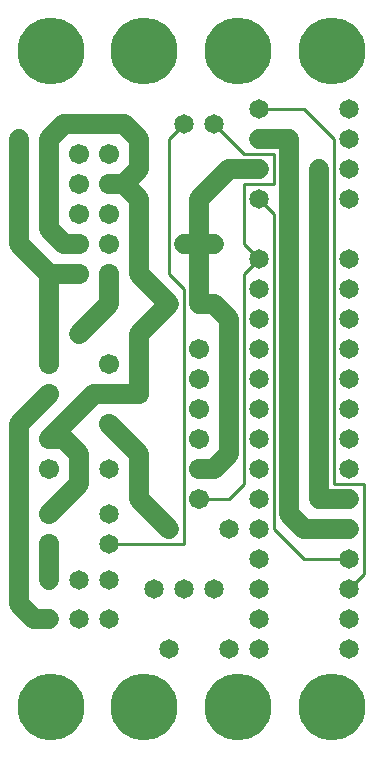
<source format=gtl>
%MOIN*%
%FSLAX25Y25*%
G04 D10 used for Character Trace; *
G04     Circle (OD=.01000) (No hole)*
G04 D11 used for Power Trace; *
G04     Circle (OD=.06500) (No hole)*
G04 D12 used for Signal Trace; *
G04     Circle (OD=.01100) (No hole)*
G04 D13 used for Via; *
G04     Circle (OD=.05800) (Round. Hole ID=.02800)*
G04 D14 used for Component hole; *
G04     Circle (OD=.06500) (Round. Hole ID=.03500)*
G04 D15 used for Component hole; *
G04     Circle (OD=.06700) (Round. Hole ID=.04300)*
G04 D16 used for Component hole; *
G04     Circle (OD=.08100) (Round. Hole ID=.05100)*
G04 D17 used for Component hole; *
G04     Circle (OD=.08900) (Round. Hole ID=.05900)*
G04 D18 used for Component hole; *
G04     Circle (OD=.11300) (Round. Hole ID=.08300)*
G04 D19 used for Component hole; *
G04     Circle (OD=.16000) (Round. Hole ID=.13000)*
G04 D20 used for Component hole; *
G04     Circle (OD=.18300) (Round. Hole ID=.15300)*
G04 D21 used for Component hole; *
G04     Circle (OD=.22291) (Round. Hole ID=.19291)*
%ADD10C,.01000*%
%ADD11C,.06500*%
%ADD12C,.01100*%
%ADD13C,.05800*%
%ADD14C,.06500*%
%ADD15C,.06700*%
%ADD16C,.08100*%
%ADD17C,.08900*%
%ADD18C,.11300*%
%ADD19C,.16000*%
%ADD20C,.18300*%
%ADD21C,.22291*%
%IPPOS*%
%LPD*%
G90*X0Y0D02*D21*X15625Y15625D03*D14*              
X35000Y45000D03*X25000D03*X15000D03*D11*X10000D01*
X5000Y50000D01*Y110000D01*X15000Y120000D01*D15*   
D03*Y130000D03*D11*Y160000D01*X25000D01*D15*D03*  
D11*Y140000D02*X35000Y150000D01*D13*              
X25000Y140000D03*D15*X35000Y130000D03*D11*        
Y150000D02*Y160000D01*D15*D03*X25000Y170000D03*   
D11*X20000D01*X15000Y175000D01*Y205000D01*        
X20000Y210000D01*X40000D01*X45000Y205000D01*      
Y195000D01*X40000Y190000D01*X45000Y185000D01*     
Y160000D01*X55000Y150000D01*D14*D03*D11*          
X45000Y140000D01*Y120000D01*D15*D03*D11*X30000D01*
X15000Y105000D01*D15*D03*D11*X20000D01*           
X25000Y100000D01*Y90000D01*X15000Y80000D01*D15*   
D03*Y70000D03*D11*Y58000D01*D14*D03*X25000D03*    
X35000D03*Y70000D03*D12*X60000D01*Y155000D01*     
X55000Y160000D01*Y205000D01*X60000Y210000D01*D14* 
D03*X70000D03*D12*X80000Y200000D01*X90000D01*     
Y190000D01*X80000D01*Y170000D01*X85000Y165000D01* 
D14*D03*D12*X80000Y160000D01*Y90000D01*           
X75000Y85000D01*X65000D01*D15*D03*D14*            
X75000Y75000D03*X55000D03*D11*X45000Y85000D01*    
Y95000D01*D14*D03*D11*Y100000D01*X35000Y110000D01*
D15*D03*D14*Y95000D03*D15*X15000D03*X65000D03*D11*
X70000D01*X75000Y100000D01*Y145000D01*            
X70000Y150000D01*X65000D01*D14*D03*D11*Y170000D01*
X60000D01*D14*D03*D11*X65000D02*X70000D01*D14*D03*
D11*X65000D02*Y185000D01*X75000Y195000D01*        
X85000D01*D14*D03*D11*X95000Y175000D02*Y205000D01*
D14*Y175000D03*D11*Y95000D01*D13*D03*D11*         
Y80000D01*X100000Y75000D01*X115000D01*D14*D03*D11*
X105000Y85000D02*X115000D01*D14*D03*D12*          
X120000Y60000D02*Y90000D01*X115000Y55000D02*      
X120000Y60000D01*D14*X115000Y55000D03*Y65000D03*  
D12*X100000D01*X90000Y75000D01*Y180000D01*        
X85000Y185000D01*D14*D03*X105000Y175000D03*D11*   
Y85000D01*D12*X110000Y90000D02*X120000D01*D14*    
X115000Y95000D03*D12*X110000Y90000D02*Y205000D01* 
X100000Y215000D01*X85000D01*D14*D03*D11*          
Y205000D02*X95000D01*D14*X85000D03*D13*           
X105000Y195000D03*D11*Y175000D01*D14*             
X115000Y165000D03*Y185000D03*X85000Y155000D03*    
X115000Y195000D03*Y155000D03*X85000Y145000D03*    
X115000Y205000D03*Y145000D03*D15*X65000Y135000D03*
D14*X85000D03*X115000Y215000D03*Y135000D03*D15*   
X65000Y125000D03*D14*X85000D03*X115000D03*D21*    
X46875Y234375D03*D15*X65000Y115000D03*D14*        
X85000D03*D21*X109375Y234375D03*D14*              
X115000Y115000D03*D21*X78125Y234375D03*D11*       
X35000Y190000D02*X40000D01*D15*X35000D03*         
X25000Y200000D03*Y180000D03*X35000Y200000D03*     
X25000Y190000D03*X35000Y180000D03*Y170000D03*D11* 
X15000Y160000D02*X5000Y170000D01*Y205000D01*D13*  
D03*D21*X15625Y234375D03*D15*X65000Y105000D03*D14*
X85000D03*X115000D03*X85000Y95000D03*Y85000D03*   
X35000Y80000D03*X85000Y75000D03*Y65000D03*        
X50000Y55000D03*X60000D03*X70000D03*X85000D03*    
Y45000D03*X115000D03*X55000Y35000D03*X75000D03*   
X85000D03*X115000D03*D21*X46875Y15625D03*         
X78125D03*X109375D03*M02*                         

</source>
